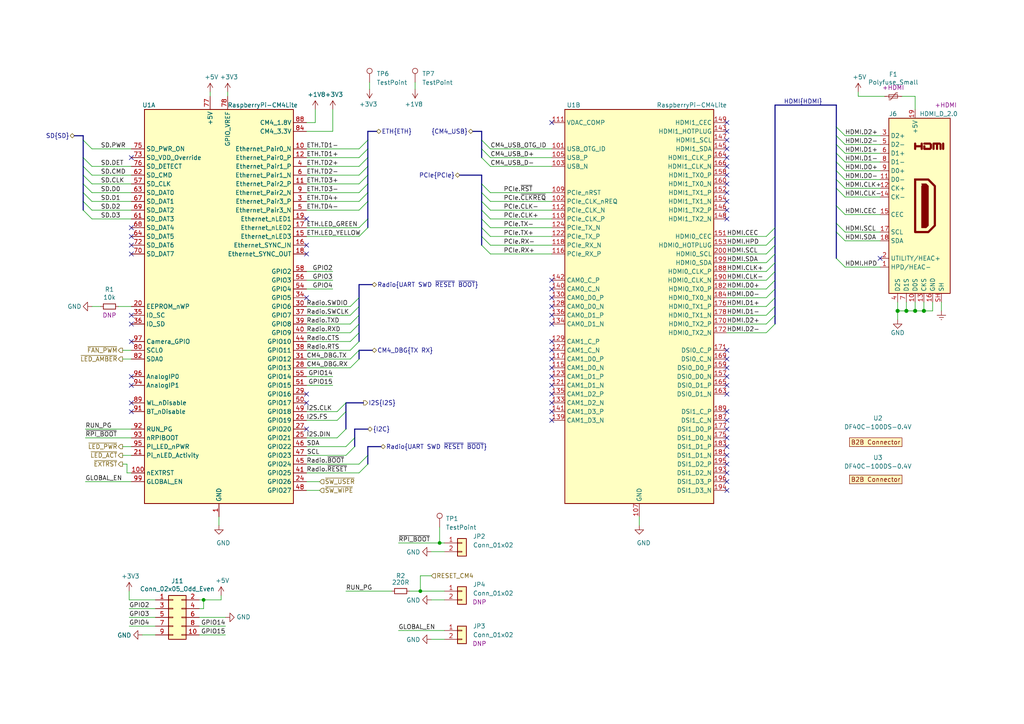
<source format=kicad_sch>
(kicad_sch (version 20211123) (generator eeschema)
  (paper "A4")
  (title_block (title "Compute Module 4") (date "2022-01-10") (rev "1.1") (company "Nabu Casa") (comment 1 "www.nabucasa.com") (comment 2 "Yellow"))
  (bus_alias "UART" (members "TXD" "RXD" "CTS" "RTS"))
  (bus_alias "HDMI" (members "D0+" "D0-" "D1+" "D1-" "D2+" "D2-" "CLK+" "CLK-" "CEC" "HPD" "SDA" "SCL"))
  (bus_alias "SD" (members "D[0..3]" "CMD" "CLK" "PWR" "DET"))
  (bus_alias "PCIe" (members "~{RST}" "~{CLKREQ}" "CLK+" "CLK-" "TX+" "TX-" "RX+" "RX-"))
  (junction (at 121.92 171.45) (diameter 0.9144))
  (junction (at 59.055 173.99) (diameter 0.9144))
  (junction (at 127.508 157.48) (diameter 0.9144))
  (junction (at 267.97 90.17) (diameter 1.016))
  (junction (at 260.35 90.17) (diameter 1.016))
  (junction (at 265.43 90.17) (diameter 1.016))
  (junction (at 262.89 90.17) (diameter 1.016))
  (no_connect (at 255.27 74.93))
  (no_connect (at 210.82 43.18))
  (no_connect (at 38.1 68.58))
  (no_connect (at 38.1 71.12))
  (no_connect (at 160.02 83.82))
  (no_connect (at 160.02 81.28))
  (no_connect (at 38.1 45.72))
  (no_connect (at 38.1 111.76))
  (no_connect (at 160.02 116.84))
  (no_connect (at 160.02 114.3))
  (no_connect (at 160.02 88.9))
  (no_connect (at 88.9 124.46))
  (no_connect (at 160.02 121.92))
  (no_connect (at 210.82 114.3))
  (no_connect (at 210.82 38.1))
  (no_connect (at 160.02 91.44))
  (no_connect (at 210.82 60.96))
  (no_connect (at 210.82 109.22))
  (no_connect (at 160.02 104.14))
  (no_connect (at 210.82 45.72))
  (no_connect (at 88.9 71.12))
  (no_connect (at 210.82 40.64))
  (no_connect (at 210.82 35.56))
  (no_connect (at 210.82 137.16))
  (no_connect (at 38.1 119.38))
  (no_connect (at 210.82 127))
  (no_connect (at 210.82 134.62))
  (no_connect (at 210.82 139.7))
  (no_connect (at 210.82 129.54))
  (no_connect (at 210.82 50.8))
  (no_connect (at 160.02 119.38))
  (no_connect (at 38.1 109.22))
  (no_connect (at 160.02 99.06))
  (no_connect (at 38.1 93.98))
  (no_connect (at 210.82 63.5))
  (no_connect (at 160.02 86.36))
  (no_connect (at 210.82 132.08))
  (no_connect (at 210.82 58.42))
  (no_connect (at 160.02 101.6))
  (no_connect (at 88.9 86.36))
  (no_connect (at 210.82 101.6))
  (no_connect (at 210.82 119.38))
  (no_connect (at 210.82 121.92))
  (no_connect (at 210.82 55.88))
  (no_connect (at 88.9 63.5))
  (no_connect (at 88.9 73.66))
  (no_connect (at 38.1 73.66))
  (no_connect (at 160.02 106.68))
  (no_connect (at 38.1 116.84))
  (no_connect (at 210.82 104.14))
  (no_connect (at 210.82 111.76))
  (no_connect (at 210.82 53.34))
  (no_connect (at 160.02 35.56))
  (no_connect (at 210.82 48.26))
  (no_connect (at 38.1 91.44))
  (no_connect (at 210.82 124.46))
  (no_connect (at 160.02 111.76))
  (no_connect (at 38.1 66.04))
  (no_connect (at 160.02 93.98))
  (no_connect (at 210.82 106.68))
  (no_connect (at 88.9 114.3))
  (no_connect (at 88.9 116.84))
  (no_connect (at 38.1 99.06))
  (no_connect (at 160.02 109.22))
  (no_connect (at 210.82 142.24))
  (bus_entry (at 224.79 71.12) (size -2.54 2.54) (stroke (width 0.1524)))
  (bus_entry (at 104.14 86.36) (size -2.54 2.54) (stroke (width 0.1524)))
  (bus_entry (at 102.87 129.54) (size -2.54 2.54) (stroke (width 0.1524)))
  (bus_entry (at 242.57 74.93) (size 2.54 2.54) (stroke (width 0.1524)))
  (bus_entry (at 104.14 50.8) (size 2.54 -2.54) (stroke (width 0.1524)))
  (bus_entry (at 224.79 78.74) (size -2.54 2.54) (stroke (width 0.1524)))
  (bus_entry (at 100.33 119.38) (size -2.54 2.54) (stroke (width 0.1524)))
  (bus_entry (at 100.33 116.84) (size -2.54 2.54) (stroke (width 0.1524)))
  (bus_entry (at 139.7 53.34) (size 2.54 2.54) (stroke (width 0.1524)))
  (bus_entry (at 24.13 53.34) (size 2.54 2.54) (stroke (width 0.1524)))
  (bus_entry (at 104.14 93.98) (size -2.54 2.54) (stroke (width 0.1524)))
  (bus_entry (at 104.14 104.14) (size -2.54 2.54) (stroke (width 0.1524)))
  (bus_entry (at 139.7 71.12) (size 2.54 2.54) (stroke (width 0.1524)))
  (bus_entry (at 242.57 46.99) (size 2.54 2.54) (stroke (width 0.1524)))
  (bus_entry (at 104.14 53.34) (size 2.54 -2.54) (stroke (width 0.1524)))
  (bus_entry (at 242.57 59.69) (size 2.54 2.54) (stroke (width 0.1524)))
  (bus_entry (at 104.14 96.52) (size -2.54 2.54) (stroke (width 0.1524)))
  (bus_entry (at 24.13 58.42) (size 2.54 2.54) (stroke (width 0.1524)))
  (bus_entry (at 242.57 36.83) (size 2.54 2.54) (stroke (width 0.1524)))
  (bus_entry (at 242.57 52.07) (size 2.54 2.54) (stroke (width 0.1524)))
  (bus_entry (at 242.57 54.61) (size 2.54 2.54) (stroke (width 0.1524)))
  (bus_entry (at 139.7 68.58) (size 2.54 2.54) (stroke (width 0.1524)))
  (bus_entry (at 106.68 134.62) (size -2.54 2.54) (stroke (width 0.1524)))
  (bus_entry (at 104.14 91.44) (size -2.54 2.54) (stroke (width 0.1524)))
  (bus_entry (at 224.79 66.04) (size -2.54 2.54) (stroke (width 0.1524)))
  (bus_entry (at 242.57 41.91) (size 2.54 2.54) (stroke (width 0.1524)))
  (bus_entry (at 224.79 91.44) (size -2.54 2.54) (stroke (width 0.1524)))
  (bus_entry (at 24.13 50.8) (size 2.54 2.54) (stroke (width 0.1524)))
  (bus_entry (at 104.14 68.58) (size 2.54 -2.54) (stroke (width 0.1524)))
  (bus_entry (at 104.14 66.04) (size 2.54 -2.54) (stroke (width 0.1524)))
  (bus_entry (at 139.7 63.5) (size 2.54 2.54) (stroke (width 0.1524)))
  (bus_entry (at 104.14 48.26) (size 2.54 -2.54) (stroke (width 0.1524)))
  (bus_entry (at 104.14 60.96) (size 2.54 -2.54) (stroke (width 0.1524)))
  (bus_entry (at 224.79 93.98) (size -2.54 2.54) (stroke (width 0.1524)))
  (bus_entry (at 139.7 43.18) (size 2.54 2.54) (stroke (width 0.1524)))
  (bus_entry (at 242.57 67.31) (size 2.54 2.54) (stroke (width 0.1524)))
  (bus_entry (at 102.87 127) (size -2.54 2.54) (stroke (width 0.1524)))
  (bus_entry (at 104.14 101.6) (size -2.54 2.54) (stroke (width 0.1524)))
  (bus_entry (at 139.7 55.88) (size 2.54 2.54) (stroke (width 0.1524)))
  (bus_entry (at 104.14 58.42) (size 2.54 -2.54) (stroke (width 0.1524)))
  (bus_entry (at 139.7 40.64) (size 2.54 2.54) (stroke (width 0.1524)))
  (bus_entry (at 104.14 88.9) (size -2.54 2.54) (stroke (width 0.1524)))
  (bus_entry (at 104.14 43.18) (size 2.54 -2.54) (stroke (width 0.1524)))
  (bus_entry (at 24.13 60.96) (size 2.54 2.54) (stroke (width 0.1524)))
  (bus_entry (at 139.7 66.04) (size 2.54 2.54) (stroke (width 0.1524)))
  (bus_entry (at 106.68 132.08) (size -2.54 2.54) (stroke (width 0.1524)))
  (bus_entry (at 24.13 48.26) (size 2.54 2.54) (stroke (width 0.1524)))
  (bus_entry (at 224.79 86.36) (size -2.54 2.54) (stroke (width 0.1524)))
  (bus_entry (at 242.57 49.53) (size 2.54 2.54) (stroke (width 0.1524)))
  (bus_entry (at 24.13 40.64) (size 2.54 2.54) (stroke (width 0.1524)))
  (bus_entry (at 139.7 58.42) (size 2.54 2.54) (stroke (width 0.1524)))
  (bus_entry (at 104.14 45.72) (size 2.54 -2.54) (stroke (width 0.1524)))
  (bus_entry (at 242.57 44.45) (size 2.54 2.54) (stroke (width 0.1524)))
  (bus_entry (at 242.57 64.77) (size 2.54 2.54) (stroke (width 0.1524)))
  (bus_entry (at 100.33 124.46) (size -2.54 2.54) (stroke (width 0.1524)))
  (bus_entry (at 224.79 83.82) (size -2.54 2.54) (stroke (width 0.1524)))
  (bus_entry (at 242.57 39.37) (size 2.54 2.54) (stroke (width 0.1524)))
  (bus_entry (at 104.14 55.88) (size 2.54 -2.54) (stroke (width 0.1524)))
  (bus_entry (at 139.7 60.96) (size 2.54 2.54) (stroke (width 0.1524)))
  (bus_entry (at 24.13 55.88) (size 2.54 2.54) (stroke (width 0.1524)))
  (bus_entry (at 139.7 45.72) (size 2.54 2.54) (stroke (width 0.1524)))
  (bus_entry (at 224.79 73.66) (size -2.54 2.54) (stroke (width 0.1524)))
  (bus_entry (at 24.13 45.72) (size 2.54 2.54) (stroke (width 0.1524)))
  (bus_entry (at 224.79 68.58) (size -2.54 2.54) (stroke (width 0.1524)))
  (bus_entry (at 224.79 88.9) (size -2.54 2.54) (stroke (width 0.1524)))
  (bus_entry (at 104.14 99.06) (size -2.54 2.54) (stroke (width 0.1524)))
  (bus_entry (at 224.79 81.28) (size -2.54 2.54) (stroke (width 0.1524)))
  (bus_entry (at 224.79 76.2) (size -2.54 2.54) (stroke (width 0.1524)))
  (wire (pts (xy 88.9 127) (xy 97.79 127)))
  (wire (pts (xy 96.52 38.1) (xy 96.52 31.75)))
  (wire (pts (xy 245.11 77.47) (xy 255.27 77.47)))
  (wire (pts (xy 88.9 91.44) (xy 101.6 91.44)))
  (wire (pts (xy 210.82 83.82) (xy 222.25 83.82)))
  (bus (pts (xy 107.95 82.55) (xy 104.14 82.55)))
  (wire (pts (xy 256.54 27.94) (xy 248.92 27.94)))
  (wire (pts (xy 210.82 78.74) (xy 222.25 78.74)))
  (wire (pts (xy 26.67 55.88) (xy 38.1 55.88)))
  (bus (pts (xy 21.59 39.37) (xy 24.13 39.37)))
  (wire (pts (xy 142.24 48.26) (xy 160.02 48.26)))
  (wire (pts (xy 26.67 50.8) (xy 38.1 50.8)))
  (wire (pts (xy 88.9 53.34) (xy 104.14 53.34)))
  (wire (pts (xy 63.5 149.86) (xy 63.5 152.4)))
  (wire (pts (xy 142.24 60.96) (xy 160.02 60.96)))
  (wire (pts (xy 245.11 52.07) (xy 255.27 52.07)))
  (wire (pts (xy 265.43 27.94) (xy 261.62 27.94)))
  (wire (pts (xy 107.188 23.876) (xy 107.188 25.908)))
  (wire (pts (xy 245.11 62.23) (xy 255.27 62.23)))
  (wire (pts (xy 60.96 26.67) (xy 60.96 27.94)))
  (wire (pts (xy 88.9 88.9) (xy 101.6 88.9)))
  (wire (pts (xy 88.9 35.56) (xy 91.44 35.56)))
  (wire (pts (xy 210.82 73.66) (xy 222.25 73.66)))
  (wire (pts (xy 142.24 45.72) (xy 160.02 45.72)))
  (wire (pts (xy 26.67 43.18) (xy 38.1 43.18)))
  (wire (pts (xy 35.56 129.54) (xy 38.1 129.54)))
  (wire (pts (xy 26.67 60.96) (xy 38.1 60.96)))
  (wire (pts (xy 248.92 27.94) (xy 248.92 26.67)))
  (wire (pts (xy 88.9 55.88) (xy 104.14 55.88)))
  (wire (pts (xy 245.11 49.53) (xy 255.27 49.53)))
  (wire (pts (xy 121.92 167.005) (xy 121.92 171.45)))
  (wire (pts (xy 125.095 167.005) (xy 121.92 167.005)))
  (wire (pts (xy 88.9 106.68) (xy 101.6 106.68)))
  (wire (pts (xy 88.9 93.98) (xy 101.6 93.98)))
  (bus (pts (xy 104.14 101.6) (xy 107.95 101.6)))
  (wire (pts (xy 245.11 69.85) (xy 255.27 69.85)))
  (wire (pts (xy 88.9 119.38) (xy 97.79 119.38)))
  (wire (pts (xy 210.82 68.58) (xy 222.25 68.58)))
  (wire (pts (xy 59.055 173.99) (xy 64.135 173.99)))
  (wire (pts (xy 64.135 173.99) (xy 64.135 172.72)))
  (bus (pts (xy 242.57 30.48) (xy 224.79 30.48)))
  (wire (pts (xy 210.82 86.36) (xy 222.25 86.36)))
  (wire (pts (xy 96.52 83.82) (xy 88.9 83.82)))
  (wire (pts (xy 88.9 111.76) (xy 96.52 111.76)))
  (wire (pts (xy 88.9 137.16) (xy 104.14 137.16)))
  (wire (pts (xy 88.9 45.72) (xy 104.14 45.72)))
  (wire (pts (xy 88.9 101.6) (xy 101.6 101.6)))
  (wire (pts (xy 245.11 57.15) (xy 255.27 57.15)))
  (wire (pts (xy 210.82 81.28) (xy 222.25 81.28)))
  (wire (pts (xy 57.785 184.15) (xy 65.405 184.15)))
  (wire (pts (xy 260.35 90.17) (xy 260.35 92.71)))
  (wire (pts (xy 88.9 48.26) (xy 104.14 48.26)))
  (wire (pts (xy 265.43 90.17) (xy 265.43 87.63)))
  (wire (pts (xy 24.765 124.46) (xy 38.1 124.46)))
  (wire (pts (xy 118.745 171.45) (xy 121.92 171.45)))
  (wire (pts (xy 121.92 171.45) (xy 128.905 171.45)))
  (bus (pts (xy 137.16 38.1) (xy 139.7 38.1)))
  (wire (pts (xy 88.9 139.7) (xy 92.71 139.7)))
  (wire (pts (xy 273.05 90.17) (xy 273.05 87.63)))
  (wire (pts (xy 96.52 81.28) (xy 88.9 81.28)))
  (wire (pts (xy 45.085 173.99) (xy 37.465 173.99)))
  (wire (pts (xy 88.9 132.08) (xy 100.33 132.08)))
  (wire (pts (xy 26.67 63.5) (xy 38.1 63.5)))
  (bus (pts (xy 106.68 124.46) (xy 102.87 124.46)))
  (wire (pts (xy 127.508 157.48) (xy 128.905 157.48)))
  (wire (pts (xy 115.57 157.48) (xy 127.508 157.48)))
  (wire (pts (xy 26.67 88.9) (xy 29.21 88.9)))
  (bus (pts (xy 105.41 116.84) (xy 100.33 116.84)))
  (wire (pts (xy 88.9 50.8) (xy 104.14 50.8)))
  (wire (pts (xy 37.465 173.99) (xy 37.465 171.45)))
  (wire (pts (xy 88.9 134.62) (xy 104.14 134.62)))
  (wire (pts (xy 267.97 90.17) (xy 270.51 90.17)))
  (wire (pts (xy 142.24 63.5) (xy 160.02 63.5)))
  (wire (pts (xy 142.24 66.04) (xy 160.02 66.04)))
  (wire (pts (xy 96.52 78.74) (xy 88.9 78.74)))
  (wire (pts (xy 57.785 173.99) (xy 59.055 173.99)))
  (wire (pts (xy 120.396 23.876) (xy 120.396 25.908)))
  (bus (pts (xy 100.33 119.38) (xy 100.33 124.46)))
  (bus (pts (xy 100.33 116.84) (xy 100.33 119.38)))
  (wire (pts (xy 37.465 181.61) (xy 45.085 181.61)))
  (wire (pts (xy 34.29 88.9) (xy 38.1 88.9)))
  (wire (pts (xy 88.9 43.18) (xy 104.14 43.18)))
  (wire (pts (xy 41.275 184.15) (xy 45.085 184.15)))
  (wire (pts (xy 24.765 127) (xy 38.1 127)))
  (wire (pts (xy 245.11 67.31) (xy 255.27 67.31)))
  (bus (pts (xy 139.7 38.1) (xy 139.7 40.64)))
  (bus (pts (xy 139.7 40.64) (xy 139.7 43.18)))
  (bus (pts (xy 139.7 43.18) (xy 139.7 45.72)))
  (wire (pts (xy 245.11 54.61) (xy 255.27 54.61)))
  (wire (pts (xy 88.9 99.06) (xy 101.6 99.06)))
  (bus (pts (xy 106.68 45.72) (xy 106.68 48.26)))
  (bus (pts (xy 106.68 48.26) (xy 106.68 50.8)))
  (bus (pts (xy 106.68 50.8) (xy 106.68 53.34)))
  (bus (pts (xy 106.68 58.42) (xy 106.68 63.5)))
  (bus (pts (xy 106.68 63.5) (xy 106.68 66.04)))
  (bus (pts (xy 106.68 53.34) (xy 106.68 55.88)))
  (bus (pts (xy 106.68 55.88) (xy 106.68 58.42)))
  (bus (pts (xy 106.68 38.1) (xy 106.68 40.64)))
  (bus (pts (xy 106.68 40.64) (xy 106.68 43.18)))
  (bus (pts (xy 106.68 43.18) (xy 106.68 45.72)))
  (wire (pts (xy 260.35 90.17) (xy 262.89 90.17)))
  (wire (pts (xy 267.97 90.17) (xy 267.97 87.63)))
  (wire (pts (xy 142.24 71.12) (xy 160.02 71.12)))
  (wire (pts (xy 57.785 176.53) (xy 59.055 176.53)))
  (wire (pts (xy 35.56 132.08) (xy 38.1 132.08)))
  (wire (pts (xy 142.24 43.18) (xy 160.02 43.18)))
  (wire (pts (xy 88.9 142.24) (xy 92.71 142.24)))
  (wire (pts (xy 265.43 31.75) (xy 265.43 27.94)))
  (wire (pts (xy 88.9 38.1) (xy 96.52 38.1)))
  (bus (pts (xy 110.49 129.54) (xy 106.68 129.54)))
  (wire (pts (xy 210.82 91.44) (xy 222.25 91.44)))
  (bus (pts (xy 104.14 104.14) (xy 104.14 101.6)))
  (wire (pts (xy 115.57 182.88) (xy 128.905 182.88)))
  (wire (pts (xy 210.82 96.52) (xy 222.25 96.52)))
  (wire (pts (xy 88.9 129.54) (xy 100.33 129.54)))
  (wire (pts (xy 127.508 152.908) (xy 127.508 157.48)))
  (wire (pts (xy 210.82 76.2) (xy 222.25 76.2)))
  (wire (pts (xy 88.9 60.96) (xy 104.14 60.96)))
  (bus (pts (xy 106.68 38.1) (xy 109.22 38.1)))
  (wire (pts (xy 26.67 58.42) (xy 38.1 58.42)))
  (wire (pts (xy 88.9 104.14) (xy 101.6 104.14)))
  (wire (pts (xy 142.24 58.42) (xy 160.02 58.42)))
  (wire (pts (xy 88.9 66.04) (xy 104.14 66.04)))
  (wire (pts (xy 57.785 181.61) (xy 65.405 181.61)))
  (bus (pts (xy 24.13 53.34) (xy 24.13 55.88)))
  (bus (pts (xy 24.13 55.88) (xy 24.13 58.42)))
  (bus (pts (xy 24.13 58.42) (xy 24.13 60.96)))
  (bus (pts (xy 24.13 48.26) (xy 24.13 50.8)))
  (bus (pts (xy 24.13 50.8) (xy 24.13 53.34)))
  (bus (pts (xy 24.13 39.37) (xy 24.13 40.64)))
  (bus (pts (xy 24.13 40.64) (xy 24.13 45.72)))
  (bus (pts (xy 24.13 45.72) (xy 24.13 48.26)))
  (bus (pts (xy 224.79 86.36) (xy 224.79 88.9)))
  (bus (pts (xy 224.79 88.9) (xy 224.79 91.44)))
  (bus (pts (xy 224.79 91.44) (xy 224.79 93.98)))
  (bus (pts (xy 224.79 30.48) (xy 224.79 66.04)))
  (bus (pts (xy 224.79 68.58) (xy 224.79 71.12)))
  (bus (pts (xy 224.79 71.12) (xy 224.79 73.66)))
  (bus (pts (xy 224.79 73.66) (xy 224.79 76.2)))
  (bus (pts (xy 224.79 76.2) (xy 224.79 78.74)))
  (bus (pts (xy 224.79 83.82) (xy 224.79 86.36)))
  (bus (pts (xy 224.79 78.74) (xy 224.79 81.28)))
  (bus (pts (xy 224.79 81.28) (xy 224.79 83.82)))
  (bus (pts (xy 224.79 66.04) (xy 224.79 68.58)))
  (wire (pts (xy 142.24 73.66) (xy 160.02 73.66)))
  (wire (pts (xy 26.67 53.34) (xy 38.1 53.34)))
  (wire (pts (xy 37.465 176.53) (xy 45.085 176.53)))
  (bus (pts (xy 139.7 60.96) (xy 139.7 63.5)))
  (bus (pts (xy 139.7 63.5) (xy 139.7 66.04)))
  (bus (pts (xy 139.7 58.42) (xy 139.7 60.96)))
  (bus (pts (xy 139.7 68.58) (xy 139.7 71.12)))
  (bus (pts (xy 139.7 66.04) (xy 139.7 68.58)))
  (bus (pts (xy 139.7 50.8) (xy 139.7 53.34)))
  (bus (pts (xy 139.7 53.34) (xy 139.7 55.88)))
  (bus (pts (xy 139.7 55.88) (xy 139.7 58.42)))
  (wire (pts (xy 245.11 44.45) (xy 255.27 44.45)))
  (wire (pts (xy 125.095 160.02) (xy 128.905 160.02)))
  (wire (pts (xy 100.33 171.45) (xy 113.665 171.45)))
  (wire (pts (xy 24.765 139.7) (xy 38.1 139.7)))
  (wire (pts (xy 59.055 176.53) (xy 59.055 173.99)))
  (wire (pts (xy 210.82 88.9) (xy 222.25 88.9)))
  (wire (pts (xy 245.11 41.91) (xy 255.27 41.91)))
  (bus (pts (xy 133.35 50.8) (xy 139.7 50.8)))
  (wire (pts (xy 66.04 26.67) (xy 66.04 27.94)))
  (wire (pts (xy 91.44 35.56) (xy 91.44 31.75)))
  (wire (pts (xy 35.56 101.6) (xy 38.1 101.6)))
  (wire (pts (xy 185.42 149.86) (xy 185.42 152.4)))
  (wire (pts (xy 125.095 185.42) (xy 128.905 185.42)))
  (wire (pts (xy 57.785 179.07) (xy 65.405 179.07)))
  (wire (pts (xy 37.465 179.07) (xy 45.085 179.07)))
  (wire (pts (xy 262.89 90.17) (xy 265.43 90.17)))
  (wire (pts (xy 88.9 58.42) (xy 104.14 58.42)))
  (wire (pts (xy 270.51 90.17) (xy 270.51 87.63)))
  (wire (pts (xy 35.56 104.14) (xy 38.1 104.14)))
  (wire (pts (xy 88.9 96.52) (xy 101.6 96.52)))
  (wire (pts (xy 88.9 68.58) (xy 104.14 68.58)))
  (wire (pts (xy 142.24 55.88) (xy 160.02 55.88)))
  (bus (pts (xy 106.68 129.54) (xy 106.68 132.08)))
  (bus (pts (xy 106.68 132.08) (xy 106.68 134.62)))
  (wire (pts (xy 88.9 121.92) (xy 97.79 121.92)))
  (wire (pts (xy 26.67 48.26) (xy 38.1 48.26)))
  (wire (pts (xy 245.11 39.37) (xy 255.27 39.37)))
  (wire (pts (xy 142.24 68.58) (xy 160.02 68.58)))
  (bus (pts (xy 242.57 49.53) (xy 242.57 52.07)))
  (bus (pts (xy 242.57 52.07) (xy 242.57 54.61)))
  (bus (pts (xy 242.57 54.61) (xy 242.57 59.69)))
  (bus (pts (xy 242.57 59.69) (xy 242.57 64.77)))
  (bus (pts (xy 242.57 64.77) (xy 242.57 67.31)))
  (bus (pts (xy 242.57 67.31) (xy 242.57 74.93)))
  (bus (pts (xy 242.57 44.45) (xy 242.57 46.99)))
  (bus (pts (xy 242.57 46.99) (xy 242.57 49.53)))
  (bus (pts (xy 242.57 41.91) (xy 242.57 44.45)))
  (bus (pts (xy 242.57 30.48) (xy 242.57 36.83)))
  (bus (pts (xy 242.57 36.83) (xy 242.57 39.37)))
  (bus (pts (xy 242.57 39.37) (xy 242.57 41.91)))
  (wire (pts (xy 260.35 87.63) (xy 260.35 90.17)))
  (wire (pts (xy 36.83 134.62) (xy 35.56 134.62)))
  (wire (pts (xy 36.83 137.16) (xy 36.83 134.62)))
  (wire (pts (xy 38.1 137.16) (xy 36.83 137.16)))
  (wire (pts (xy 125.095 173.99) (xy 128.905 173.99)))
  (wire (pts (xy 210.82 71.12) (xy 222.25 71.12)))
  (wire (pts (xy 88.9 109.22) (xy 96.52 109.22)))
  (wire (pts (xy 210.82 93.98) (xy 222.25 93.98)))
  (bus (pts (xy 104.14 96.52) (xy 104.14 99.06)))
  (bus (pts (xy 104.14 93.98) (xy 104.14 96.52)))
  (bus (pts (xy 104.14 82.55) (xy 104.14 86.36)))
  (bus (pts (xy 104.14 86.36) (xy 104.14 88.9)))
  (bus (pts (xy 104.14 88.9) (xy 104.14 91.44)))
  (bus (pts (xy 104.14 91.44) (xy 104.14 93.98)))
  (wire (pts (xy 265.43 90.17) (xy 267.97 90.17)))
  (wire (pts (xy 245.11 46.99) (xy 255.27 46.99)))
  (bus (pts (xy 102.87 124.46) (xy 102.87 127)))
  (bus (pts (xy 102.87 127) (xy 102.87 129.54)))
  (wire (pts (xy 262.89 90.17) (xy 262.89 87.63)))
  (label "HDMI.D1-" (at 245.11 46.99 0))
  (label "GLOBAL_EN" (at 115.57 182.88 0))
  (label "ETH.TD3-" (at 88.9 55.88 0))
  (label "HDMI.SDA" (at 210.82 76.2 0))
  (label "SD.D1" (at 29.21 58.42 0))
  (label "GPIO15" (at 65.405 184.15 180))
  (label "CM4_DBG.RX" (at 88.9 106.68 0))
  (label "Radio.CTS" (at 88.9 99.06 0))
  (label "Radio.RTS" (at 88.9 101.6 0))
  (label "SD.DET" (at 29.21 48.26 0))
  (label "I2S.DIN" (at 88.9 127 0))
  (label "RUN_PG" (at 24.765 124.46 0))
  (label "HDMI.CLK+" (at 245.11 54.61 0))
  (label "ETH.TD4+" (at 88.9 58.42 0))
  (label "HDMI.HPD" (at 245.11 77.47 0))
  (label "~{RPI_BOOT}" (at 24.765 127 0))
  (label "ETH.TD1+" (at 88.9 45.72 0))
  (label "HDMI.CLK+" (at 210.82 78.74 0))
  (label "ETH.TD1-" (at 88.9 43.18 0))
  (label "HDMI.D2-" (at 210.82 96.52 0))
  (label "ETH.TD2+" (at 88.9 48.26 0))
  (label "Radio.TXD" (at 88.9 93.98 0))
  (label "GPIO3" (at 37.465 179.07 0))
  (label "ETH.LED_GREEN" (at 88.9 66.04 0))
  (label "~{RPI_BOOT}" (at 115.57 157.48 0))
  (label "ETH.TD4-" (at 88.9 60.96 0))
  (label "SD.PWR" (at 29.21 43.18 0))
  (label "SD.D0" (at 29.21 55.88 0))
  (label "HDMI.CLK-" (at 210.82 81.28 0))
  (label "HDMI.D1+" (at 210.82 88.9 0))
  (label "Radio.SWDIO" (at 88.9 88.9 0))
  (label "GLOBAL_EN" (at 24.765 139.7 0))
  (label "SCL" (at 92.71 132.08 180))
  (label "SD.D2" (at 29.21 60.96 0))
  (label "HDMI.D2+" (at 210.82 93.98 0))
  (label "HDMI.CLK-" (at 245.11 57.15 0))
  (label "HDMI.SDA" (at 245.11 69.85 0))
  (label "PCIe.~{CLKREQ}" (at 146.05 58.42 0))
  (label "GPIO3" (at 96.52 81.28 180))
  (label "Radio.RXD" (at 88.9 96.52 0))
  (label "HDMI.D2+" (at 245.11 39.37 0))
  (label "HDMI.D0-" (at 245.11 52.07 0))
  (label "ETH.LED_YELLOW" (at 88.9 68.58 0))
  (label "PCIe.RX-" (at 146.05 71.12 0))
  (label "GPIO2" (at 37.465 176.53 0))
  (label "GPIO4" (at 96.52 83.82 180))
  (label "SD.D3" (at 29.21 63.5 0))
  (label "SD.CMD" (at 29.21 50.8 0))
  (label "HDMI.D0-" (at 210.82 86.36 0))
  (label "HDMI{HDMI}" (at 227.33 30.48 0))
  (label "HDMI.SCL" (at 210.82 73.66 0))
  (label "PCIe.CLK+" (at 146.05 63.5 0))
  (label "Radio.SWCLK" (at 88.9 91.44 0))
  (label "HDMI.HPD" (at 210.82 71.12 0))
  (label "GPIO4" (at 37.465 181.61 0))
  (label "HDMI.D0+" (at 210.82 83.82 0))
  (label "SD.CLK" (at 29.21 53.34 0))
  (label "HDMI.CEC" (at 245.11 62.23 0))
  (label "HDMI.D0+" (at 245.11 49.53 0))
  (label "PCIe.~{RST}" (at 146.05 55.88 0))
  (label "CM4_USB_D+" (at 142.24 45.72 0))
  (label "Radio.~{RESET}" (at 88.9 137.16 0))
  (label "RUN_PG" (at 100.33 171.45 0))
  (label "PCIe.TX+" (at 146.05 68.58 0))
  (label "I2S.CLK" (at 88.9 119.38 0))
  (label "CM4_DBG.TX" (at 88.9 104.14 0))
  (label "GPIO14" (at 65.405 181.61 180))
  (label "CM4_USB_OTG_ID" (at 142.24 43.18 0))
  (label "HDMI.CEC" (at 210.82 68.58 0))
  (label "PCIe.TX-" (at 146.05 66.04 0))
  (label "SDA" (at 92.71 129.54 180))
  (label "GPIO14" (at 96.52 109.22 180))
  (label "HDMI.D1-" (at 210.82 91.44 0))
  (label "PCIe.RX+" (at 146.05 73.66 0))
  (label "PCIe.CLK-" (at 146.05 60.96 0))
  (label "HDMI.D1+" (at 245.11 44.45 0))
  (label "HDMI.D2-" (at 245.11 41.91 0))
  (label "ETH.TD2-" (at 88.9 50.8 0))
  (label "CM4_USB_D-" (at 142.24 48.26 0))
  (label "GPIO15" (at 96.52 111.76 180))
  (label "GPIO2" (at 96.52 78.74 180))
  (label "ETH.TD3+" (at 88.9 53.34 0))
  (label "I2S.FS" (at 88.9 121.92 0))
  (label "HDMI.SCL" (at 245.11 67.31 0))
  (label "Radio.~{BOOT}" (at 88.9 134.62 0))
  (hierarchical_label "RESET_CM4" (shape input) (at 125.095 167.005 0))
  (hierarchical_label "Radio{UART SWD ~{RESET} ~{BOOT}}" (shape bidirectional) (at 107.95 82.55 0))
  (hierarchical_label "Radio{UART SWD ~{RESET} ~{BOOT}}" (shape bidirectional) (at 110.49 129.54 0))
  (hierarchical_label "PCIe{PCIe}" (shape bidirectional) (at 133.35 50.8 180))
  (hierarchical_label "I2S{I2S}" (shape output) (at 105.41 116.84 0))
  (hierarchical_label "ETH{ETH}" (shape bidirectional) (at 109.22 38.1 0))
  (hierarchical_label "~{EXTRST}" (shape output) (at 35.56 134.62 180))
  (hierarchical_label "~{SW_USER}" (shape input) (at 92.71 139.7 0))
  (hierarchical_label "{CM4_USB}" (shape bidirectional) (at 137.16 38.1 180))
  (hierarchical_label "~{LED_ACT}" (shape output) (at 35.56 132.08 180))
  (hierarchical_label "~{LED_AMBER}" (shape output) (at 35.56 104.14 180))
  (hierarchical_label "CM4_DBG{TX RX}" (shape bidirectional) (at 107.95 101.6 0))
  (hierarchical_label "~{LED_PWR}" (shape output) (at 35.56 129.54 180))
  (hierarchical_label "SD{SD}" (shape bidirectional) (at 21.59 39.37 180))
  (hierarchical_label "{I2C}" (shape bidirectional) (at 106.68 124.46 0))
  (hierarchical_label "~{FAN_PWM}" (shape output) (at 35.56 101.6 180))
  (hierarchical_label "~{SW_WIPE}" (shape input) (at 92.71 142.24 0))
  (symbol (lib_id "power:+1V8") (at 120.396 25.908 180) (unit 1)
    (property "Reference" "#PWR0202" (effects hide))
    (property "Value" "+1V8" (at 120.0277 30.2324 0))
  )
  (symbol (lib_id "power:GND") (at 185.42 152.4 0) (unit 1)
    (property "Reference" "#PWR014" (effects hide))
    (property "Value" "GND" (at 186.69 157.48 0))
  )
  (symbol (lib_id "Device:Polyfuse_Small") (at 259.08 27.94 90) (unit 1)
    (property "Reference" "F1" (at 259.08 21.5708 90))
    (property "Value" "Polyfuse_Small" (at 259.08 23.8695 90))
    (property "Footprint" "Fuse:Fuse_1206_3216Metric" (effects hide))
    (property "Config" "+HDMI" (at 259.08 25.4 90))
    (property "Manufacturer" "Bel Fuse" (effects hide))
    (property "PartNumber" "0ZCJ0010FF2E" (effects hide))
  )
  (symbol (lib_id "Connector_Generic:Conn_02x05_Odd_Even") (at 50.165 179.07 0) (unit 1)
    (property "Reference" "J11" (at 51.435 168.5098 0))
    (property "Value" "Conn_02x05_Odd_Even" (at 51.435 170.8085 0))
    (property "Footprint" "Connector_PinHeader_2.54mm:PinHeader_2x05_P2.54mm_Vertical" (effects hide))
    (property "Manufacturer" "Adam Tech" (effects hide))
    (property "PartNumber" "PH2-10-UA" (effects hide))
  )
  (symbol (lib_id "power:GND") (at 125.095 160.02 270) (unit 1)
    (property "Reference" "#PWR011" (effects hide))
    (property "Value" "GND" (at 121.92 160.1343 90) (effects (justify right)))
  )
  (symbol (lib_id "power:+3V3") (at 96.52 31.75 0) (unit 1)
    (property "Reference" "#PWR010" (effects hide))
    (property "Value" "+3V3" (at 96.8883 27.4256 0))
  )
  (symbol (lib_id "Yellow:DF40C-100DS-0.4V(51)") (at 254 128.27 0) (unit 1)
    (property "Reference" "U2" (at 254.635 121.285 0))
    (property "Value" "DF40C-100DS-0.4V" (at 254.635 123.825 0))
    (property "Footprint" "Yellow:Hirose_DF40_DF40C-100DS-0.4V_2x50_P0.40mm_Vertical_Virtual" (effects hide))
    (property "Datasheet" "https://www.hirose.com/product/download/?distributor=digikey&type=specSheet&lang=en&num=DF40C-100DS-0.4V(51)" (effects hide))
    (property "Manufacturer" "Hirose Electric" (effects hide))
    (property "PartNumber" "DF40C-100DS-0.4V(51)" (effects hide))
  )
  (symbol (lib_id "power:GND") (at 65.405 179.07 90) (unit 1)
    (property "Reference" "#PWR07" (effects hide))
    (property "Value" "GND" (at 68.5801 178.9557 90) (effects (justify right)))
  )
  (symbol (lib_id "power:+3V3") (at 66.04 26.67 0) (unit 1)
    (property "Reference" "#PWR08" (effects hide))
    (property "Value" "+3V3" (at 66.4083 22.3456 0))
  )
  (symbol (lib_id "Connector_Generic:Conn_01x02") (at 133.985 171.45 0) (unit 1)
    (property "Reference" "JP4" (at 137.16 169.5449 0) (effects (justify left)))
    (property "Value" "Conn_01x02" (at 137.16 172.0849 0) (effects (justify left)))
    (property "Footprint" "Connector_PinHeader_2.54mm:PinHeader_1x02_P2.54mm_Vertical" (effects hide))
    (property "Config" "DNP" (at 139.065 174.625 0))
    (property "Manufacturer" "Adam Tech" (effects hide))
    (property "PartNumber" "PH1-02-UA" (effects hide))
  )
  (symbol (lib_id "power:+3V3") (at 107.188 25.908 180) (unit 1)
    (property "Reference" "#PWR0201" (effects hide))
    (property "Value" "+3V3" (at 106.8197 30.2324 0))
  )
  (symbol (lib_id "Connector:TestPoint") (at 107.188 23.876 0) (unit 1) (in_bom no)
    (property "Reference" "TP6" (at 109.22 21.3994 0) (effects (justify left)))
    (property "Value" "TestPoint" (at 109.22 23.9394 0) (effects (justify left)))
    (property "Footprint" "TestPoint:TestPoint_Pad_D1.0mm" (effects hide))
  )
  (symbol (lib_id "power:+5V") (at 248.92 26.67 0) (unit 1)
    (property "Reference" "#PWR015" (effects hide))
    (property "Value" "+5V" (at 249.2883 22.3456 0))
  )
  (symbol (lib_id "Yellow:DF40C-100DS-0.4V(51)") (at 254 139.065 0) (unit 1)
    (property "Reference" "U3" (at 254.635 132.715 0))
    (property "Value" "DF40C-100DS-0.4V" (at 254.635 135.255 0))
    (property "Footprint" "Yellow:Hirose_DF40_DF40C-100DS-0.4V_2x50_P0.40mm_Vertical_Virtual" (effects hide))
    (property "Datasheet" "https://www.hirose.com/product/download/?distributor=digikey&type=specSheet&lang=en&num=DF40C-100DS-0.4V(51)" (effects hide))
    (property "Manufacturer" "Hirose Electric" (effects hide))
    (property "PartNumber" "DF40C-100DS-0.4V(51)" (effects hide))
  )
  (symbol (lib_id "power:GND") (at 125.095 185.42 270) (unit 1)
    (property "Reference" "#PWR013" (effects hide))
    (property "Value" "GND" (at 121.92 185.5343 90) (effects (justify right)))
  )
  (symbol (lib_id "Connector_Generic:Conn_01x02") (at 133.985 182.88 0) (unit 1)
    (property "Reference" "JP3" (at 137.16 181.6099 0) (effects (justify left)))
    (property "Value" "Conn_01x02" (at 137.16 184.1499 0) (effects (justify left)))
    (property "Footprint" "Connector_PinHeader_2.54mm:PinHeader_1x02_P2.54mm_Vertical" (effects hide))
    (property "Config" "DNP" (at 139.065 186.69 0))
    (property "Manufacturer" "Adam Tech" (effects hide))
    (property "PartNumber" "PH1-02-UA" (effects hide))
  )
  (symbol (lib_id "power:GND") (at 41.275 184.15 270) (unit 1)
    (property "Reference" "#PWR03" (effects hide))
    (property "Value" "GND" (at 38.1 184.2643 90) (effects (justify right)))
  )
  (symbol (lib_id "Device:R_Small") (at 116.205 171.45 90) (unit 1)
    (property "Reference" "R2" (at 116.205 167.005 90))
    (property "Value" "220R" (at 116.205 168.91 90))
    (property "Footprint" "Resistor_SMD:R_0402_1005Metric" (effects hide))
  )
  (symbol (lib_id "power:+1V8") (at 91.44 31.75 0) (unit 1)
    (property "Reference" "#PWR09" (effects hide))
    (property "Value" "+1V8" (at 91.8083 27.4256 0))
  )
  (symbol (lib_id "power:GND") (at 63.5 152.4 0) (unit 1)
    (property "Reference" "#PWR05" (effects hide))
    (property "Value" "GND" (at 64.77 157.48 0))
  )
  (symbol (lib_id "power:GND") (at 260.35 92.71 0) (unit 1)
    (property "Reference" "#PWR016" (effects hide))
    (property "Value" "GND" (at 260.35 96.52 0))
  )
  (symbol (lib_id "Connector:TestPoint") (at 120.396 23.876 0) (unit 1) (in_bom no)
    (property "Reference" "TP7" (at 122.428 21.3994 0) (effects (justify left)))
    (property "Value" "TestPoint" (at 122.428 23.9394 0) (effects (justify left)))
    (property "Footprint" "TestPoint:TestPoint_Pad_D1.0mm" (effects hide))
  )
  (symbol (lib_id "power:+5V") (at 60.96 26.67 0) (unit 1)
    (property "Reference" "#PWR04" (effects hide))
    (property "Value" "+5V" (at 61.3283 22.3456 0))
  )
  (symbol (lib_id "power:+5V") (at 64.135 172.72 0) (unit 1)
    (property "Reference" "#PWR06" (effects hide))
    (property "Value" "+5V" (at 64.5033 168.3956 0))
  )
  (symbol (lib_id "Yellow:RaspberryPi-CM4Lite") (at 63.5 88.9 0) (unit 1) (in_bom no)
    (property "Reference" "U1" (at 43.18 30.48 0))
    (property "Value" "RaspberryPi-CM4Lite" (at 76.2 30.48 0))
    (property "Footprint" "Yellow:RaspberryPi-CM4" (effects hide))
    (property "Manufacturer" "Raspberry Pi Foundation" (effects hide))
    (property "PartNumber" "CM4002016" (effects hide))
    (pin "76" (alternate "SD_DETECT"))
  )
  (symbol (lib_id "Connector:TestPoint") (at 127.508 152.908 0) (unit 1) (in_bom no)
    (property "Reference" "TP1" (at 129.286 150.4314 0) (effects (justify left)))
    (property "Value" "TestPoint" (at 129.286 152.9714 0) (effects (justify left)))
    (property "Footprint" "TestPoint:TestPoint_Pad_D1.0mm" (effects hide))
  )
  (symbol (lib_id "power:Earth") (at 273.05 90.17 0) (unit 1)
    (property "Reference" "#PWR017" (effects hide))
    (property "Value" "Earth" (effects hide))
  )
  (symbol (lib_id "power:GND") (at 26.67 88.9 270) (unit 1)
    (property "Reference" "#PWR01" (effects hide))
    (property "Value" "GND" (at 21.59 88.9 90))
  )
  (symbol (lib_id "power:GND") (at 125.095 173.99 270) (unit 1)
    (property "Reference" "#PWR012" (effects hide))
    (property "Value" "GND" (at 121.92 174.1043 90) (effects (justify right)))
  )
  (symbol (lib_name "Yellow:RaspberryPi-CM4Lite_1") (lib_id "Yellow:RaspberryPi-CM4Lite") (at 185.42 88.9 0) (unit 2) (in_bom no)
    (property "Reference" "U1" (at 166.37 30.48 0))
    (property "Value" "RaspberryPi-CM4Lite" (at 200.66 30.48 0))
    (property "Footprint" "Yellow:RaspberryPi-CM4" (effects hide))
    (property "Manufacturer" "Raspberry Pi Foundation" (effects hide))
    (property "PartNumber" "CM4002016" (effects hide))
  )
  (symbol (lib_id "Connector_Generic:Conn_01x02") (at 133.985 157.48 0) (unit 1)
    (property "Reference" "JP2" (at 137.16 155.5749 0) (effects (justify left)))
    (property "Value" "Conn_01x02" (at 137.16 158.1149 0) (effects (justify left)))
    (property "Footprint" "Connector_PinHeader_2.54mm:PinHeader_1x02_P2.54mm_Vertical" (effects hide))
    (property "Manufacturer" "Adam Tech" (effects hide))
    (property "PartNumber" "PH1-02-UA" (effects hide))
  )
  (symbol (lib_id "power:+3V3") (at 37.465 171.45 0) (unit 1)
    (property "Reference" "#PWR02" (effects hide))
    (property "Value" "+3V3" (at 37.8333 167.1256 0))
  )
  (symbol (lib_id "Device:R_Small") (at 31.75 88.9 90) (unit 1)
    (property "Reference" "R1" (at 31.75 83.9532 90))
    (property "Value" "10k" (at 31.75 86.252 90))
    (property "Footprint" "Resistor_SMD:R_0402_1005Metric" (effects hide))
    (property "Config" "DNP" (at 31.75 91.44 90))
  )
  (symbol (lib_id "Connector:HDMI_D_1.4") (at 265.43 59.69 0) (unit 1)
    (property "Reference" "J6" (at 257.81 33.02 0) (effects (justify left)))
    (property "Value" "HDMI_D_2.0" (at 266.7 33.02 0) (effects (justify left)))
    (property "Footprint" "Connector_HDMI:HDMI_Micro-D_Molex_46765-1x01" (effects hide))
    (property "Datasheet" "http://pinoutguide.com/PortableDevices/micro_hdmi_type_d_pinout.shtml" (effects hide))
    (property "Config" "+HDMI" (at 274.32 30.48 0))
    (property "Manufacturer" "Molex" (effects hide))
    (property "PartNumber" "0467651301" (effects hide))
  )
)
</source>
